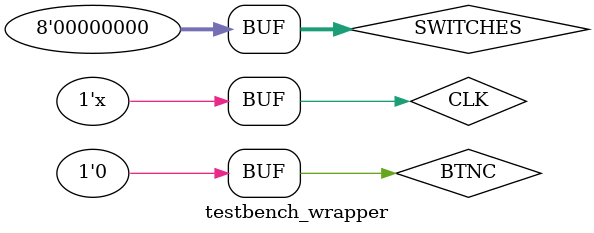
<source format=sv>
`timescale 1ns / 1ps


module testbench_wrapper();

logic CLK;
logic BTNC;
logic [7:0] SWITCHES;
logic [7:0] LEDS;
logic [7:0] CATH_OUT;
logic [3:0] ANO_OUT;

initial begin
CLK = 1'B0;
BTNC = 1'B0;
SWITCHES = 8'B00000000;
end

RAT_WRAPPER uut(.CLK(CLK), .BTNC(BTNC), .SWITCHES(SWITCHES), .LEDS(LEDS), .CATH_OUT(CATH_OUT), .ANO_OUT(ANO_OUT));

always
 #10 CLK = ~CLK;






endmodule

</source>
